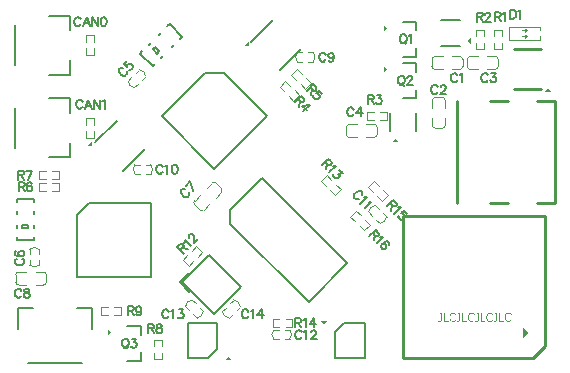
<source format=gto>
G04*
G04 #@! TF.GenerationSoftware,Altium Limited,Altium Designer,20.0.13 (296)*
G04*
G04 Layer_Color=65535*
%FSLAX44Y44*%
%MOMM*%
G71*
G01*
G75*
%ADD10C,0.1000*%
%ADD11C,0.1500*%
%ADD12C,0.2000*%
%ADD13C,0.2540*%
%ADD14C,0.1270*%
%ADD15C,0.2500*%
G36*
X84920Y29190D02*
X87750Y32020D01*
X84920Y34850D01*
X84920Y29190D01*
D01*
D02*
G37*
G36*
X190080Y8420D02*
X184420D01*
X187250Y11250D01*
X190080Y8420D01*
D01*
D02*
G37*
G36*
X67779Y189569D02*
X71781Y193571D01*
Y189569D01*
X67779D01*
D01*
D02*
G37*
G36*
X265170Y41580D02*
X270830D01*
X268000Y38750D01*
X265170Y41580D01*
D01*
D02*
G37*
G36*
X200279Y274569D02*
X204281Y278571D01*
Y274569D01*
X200279D01*
D01*
D02*
G37*
G36*
X441500Y31750D02*
X436500Y26750D01*
X436500D01*
Y36750D01*
X441500Y31750D01*
D02*
G37*
G36*
X331580Y192920D02*
X328750Y195750D01*
X325920Y192920D01*
X331580D01*
D01*
D02*
G37*
G36*
X460480Y235630D02*
X454820D01*
X457650Y238460D01*
X460480Y235630D01*
D01*
D02*
G37*
G36*
X318490Y251690D02*
X321320Y254520D01*
X318490Y257350D01*
X318490Y251690D01*
D01*
D02*
G37*
G36*
Y286690D02*
X321320Y289520D01*
X318490Y292350D01*
X318490Y286690D01*
D01*
D02*
G37*
G36*
X392330Y281330D02*
X389500Y278500D01*
X392330Y275670D01*
Y281330D01*
D01*
D02*
G37*
G36*
X424510Y48495D02*
X424594D01*
X424690Y48485D01*
X424795Y48474D01*
X424911Y48453D01*
X425165Y48411D01*
X425440Y48337D01*
X425714Y48242D01*
X425968Y48115D01*
X425979D01*
X426000Y48094D01*
X426031Y48073D01*
X426074Y48041D01*
X426190Y47946D01*
X426338Y47819D01*
X426507Y47650D01*
X426676Y47439D01*
X426761Y47312D01*
X426835Y47185D01*
X426908Y47048D01*
X426982Y46889D01*
X426327Y46614D01*
Y46625D01*
X426317Y46646D01*
X426296Y46678D01*
X426275Y46720D01*
X426211Y46847D01*
X426127Y46995D01*
X426021Y47153D01*
X425884Y47312D01*
X425736Y47460D01*
X425556Y47586D01*
X425546D01*
X425535Y47597D01*
X425503Y47618D01*
X425471Y47639D01*
X425366Y47682D01*
X425218Y47745D01*
X425049Y47798D01*
X424837Y47851D01*
X424605Y47882D01*
X424352Y47893D01*
X424299D01*
X424235Y47882D01*
X424161D01*
X424056Y47872D01*
X423950Y47851D01*
X423823Y47819D01*
X423686Y47787D01*
X423538Y47734D01*
X423390Y47682D01*
X423242Y47608D01*
X423094Y47523D01*
X422946Y47428D01*
X422798Y47312D01*
X422661Y47174D01*
X422534Y47026D01*
X422523Y47016D01*
X422502Y46984D01*
X422471Y46942D01*
X422439Y46868D01*
X422386Y46783D01*
X422333Y46678D01*
X422281Y46551D01*
X422217Y46414D01*
X422154Y46245D01*
X422101Y46076D01*
X422048Y45875D01*
X421995Y45663D01*
X421964Y45431D01*
X421932Y45188D01*
X421911Y44924D01*
X421900Y44649D01*
Y44628D01*
Y44586D01*
Y44501D01*
X421911Y44395D01*
X421921Y44269D01*
X421932Y44121D01*
X421953Y43952D01*
X421985Y43772D01*
X422059Y43381D01*
X422111Y43180D01*
X422164Y42979D01*
X422238Y42779D01*
X422323Y42589D01*
X422418Y42398D01*
X422534Y42229D01*
X422545Y42219D01*
X422566Y42187D01*
X422598Y42145D01*
X422650Y42092D01*
X422714Y42028D01*
X422798Y41955D01*
X422893Y41870D01*
X422999Y41796D01*
X423115Y41712D01*
X423253Y41627D01*
X423400Y41553D01*
X423559Y41490D01*
X423728Y41437D01*
X423908Y41395D01*
X424108Y41363D01*
X424309Y41352D01*
X424383D01*
X424447Y41363D01*
X424510D01*
X424584Y41373D01*
X424774Y41405D01*
X424975Y41447D01*
X425197Y41511D01*
X425408Y41606D01*
X425609Y41733D01*
X425619D01*
X425630Y41754D01*
X425693Y41807D01*
X425788Y41891D01*
X425905Y42007D01*
X426021Y42166D01*
X426158Y42345D01*
X426275Y42557D01*
X426380Y42789D01*
X427014Y42494D01*
X427004Y42472D01*
X426982Y42420D01*
X426930Y42335D01*
X426866Y42219D01*
X426782Y42092D01*
X426676Y41944D01*
X426539Y41785D01*
X426391Y41627D01*
X426211Y41458D01*
X426021Y41300D01*
X425788Y41151D01*
X425546Y41025D01*
X425271Y40908D01*
X424964Y40824D01*
X424637Y40771D01*
X424277Y40750D01*
X424214D01*
X424140Y40761D01*
X424035Y40771D01*
X423918Y40782D01*
X423770Y40803D01*
X423612Y40834D01*
X423443Y40877D01*
X423263Y40930D01*
X423083Y41004D01*
X422893Y41088D01*
X422703Y41183D01*
X422513Y41310D01*
X422333Y41447D01*
X422154Y41606D01*
X421995Y41785D01*
X421985Y41796D01*
X421964Y41838D01*
X421921Y41891D01*
X421868Y41976D01*
X421805Y42081D01*
X421731Y42208D01*
X421657Y42367D01*
X421583Y42536D01*
X421509Y42737D01*
X421435Y42948D01*
X421361Y43180D01*
X421298Y43444D01*
X421245Y43719D01*
X421203Y44015D01*
X421182Y44321D01*
X421171Y44660D01*
Y44670D01*
Y44681D01*
Y44744D01*
X421182Y44839D01*
Y44955D01*
X421192Y45114D01*
X421213Y45294D01*
X421245Y45484D01*
X421277Y45695D01*
X421319Y45917D01*
X421372Y46149D01*
X421446Y46382D01*
X421520Y46625D01*
X421615Y46857D01*
X421731Y47079D01*
X421858Y47291D01*
X422006Y47491D01*
X422016Y47502D01*
X422048Y47534D01*
X422090Y47586D01*
X422164Y47650D01*
X422249Y47724D01*
X422354Y47808D01*
X422471Y47903D01*
X422619Y47999D01*
X422777Y48094D01*
X422946Y48189D01*
X423147Y48273D01*
X423348Y48347D01*
X423580Y48411D01*
X423823Y48464D01*
X424077Y48495D01*
X424352Y48506D01*
X424447D01*
X424510Y48495D01*
D02*
G37*
G36*
X408903D02*
X408988D01*
X409083Y48485D01*
X409189Y48474D01*
X409305Y48453D01*
X409558Y48411D01*
X409833Y48337D01*
X410108Y48242D01*
X410362Y48115D01*
X410372D01*
X410393Y48094D01*
X410425Y48073D01*
X410467Y48041D01*
X410583Y47946D01*
X410731Y47819D01*
X410900Y47650D01*
X411069Y47439D01*
X411154Y47312D01*
X411228Y47185D01*
X411302Y47048D01*
X411376Y46889D01*
X410721Y46614D01*
Y46625D01*
X410710Y46646D01*
X410689Y46678D01*
X410668Y46720D01*
X410605Y46847D01*
X410520Y46995D01*
X410414Y47153D01*
X410277Y47312D01*
X410129Y47460D01*
X409949Y47586D01*
X409939D01*
X409928Y47597D01*
X409897Y47618D01*
X409865Y47639D01*
X409759Y47682D01*
X409611Y47745D01*
X409442Y47798D01*
X409231Y47851D01*
X408998Y47882D01*
X408745Y47893D01*
X408692D01*
X408629Y47882D01*
X408555D01*
X408449Y47872D01*
X408343Y47851D01*
X408217Y47819D01*
X408079Y47787D01*
X407931Y47734D01*
X407783Y47682D01*
X407635Y47608D01*
X407487Y47523D01*
X407340Y47428D01*
X407192Y47312D01*
X407054Y47174D01*
X406927Y47026D01*
X406917Y47016D01*
X406896Y46984D01*
X406864Y46942D01*
X406832Y46868D01*
X406780Y46783D01*
X406727Y46678D01*
X406674Y46551D01*
X406610Y46414D01*
X406547Y46245D01*
X406494Y46076D01*
X406441Y45875D01*
X406389Y45663D01*
X406357Y45431D01*
X406325Y45188D01*
X406304Y44924D01*
X406293Y44649D01*
Y44628D01*
Y44586D01*
Y44501D01*
X406304Y44395D01*
X406315Y44269D01*
X406325Y44121D01*
X406346Y43952D01*
X406378Y43772D01*
X406452Y43381D01*
X406505Y43180D01*
X406558Y42979D01*
X406632Y42779D01*
X406716Y42589D01*
X406811Y42398D01*
X406927Y42229D01*
X406938Y42219D01*
X406959Y42187D01*
X406991Y42145D01*
X407044Y42092D01*
X407107Y42028D01*
X407192Y41955D01*
X407287Y41870D01*
X407392Y41796D01*
X407509Y41712D01*
X407646Y41627D01*
X407794Y41553D01*
X407952Y41490D01*
X408121Y41437D01*
X408301Y41395D01*
X408502Y41363D01*
X408703Y41352D01*
X408777D01*
X408840Y41363D01*
X408903D01*
X408977Y41373D01*
X409168Y41405D01*
X409368Y41447D01*
X409590Y41511D01*
X409801Y41606D01*
X410002Y41733D01*
X410013D01*
X410023Y41754D01*
X410087Y41807D01*
X410182Y41891D01*
X410298Y42007D01*
X410414Y42166D01*
X410552Y42345D01*
X410668Y42557D01*
X410774Y42789D01*
X411408Y42494D01*
X411397Y42472D01*
X411376Y42420D01*
X411323Y42335D01*
X411260Y42219D01*
X411175Y42092D01*
X411069Y41944D01*
X410932Y41785D01*
X410784Y41627D01*
X410605Y41458D01*
X410414Y41300D01*
X410182Y41151D01*
X409939Y41025D01*
X409664Y40908D01*
X409358Y40824D01*
X409030Y40771D01*
X408671Y40750D01*
X408607D01*
X408534Y40761D01*
X408428Y40771D01*
X408312Y40782D01*
X408164Y40803D01*
X408005Y40834D01*
X407836Y40877D01*
X407657Y40930D01*
X407477Y41004D01*
X407287Y41088D01*
X407096Y41183D01*
X406906Y41310D01*
X406727Y41447D01*
X406547Y41606D01*
X406389Y41785D01*
X406378Y41796D01*
X406357Y41838D01*
X406315Y41891D01*
X406262Y41976D01*
X406198Y42081D01*
X406124Y42208D01*
X406050Y42367D01*
X405976Y42536D01*
X405902Y42737D01*
X405829Y42948D01*
X405755Y43180D01*
X405691Y43444D01*
X405638Y43719D01*
X405596Y44015D01*
X405575Y44321D01*
X405564Y44660D01*
Y44670D01*
Y44681D01*
Y44744D01*
X405575Y44839D01*
Y44955D01*
X405586Y45114D01*
X405607Y45294D01*
X405638Y45484D01*
X405670Y45695D01*
X405712Y45917D01*
X405765Y46149D01*
X405839Y46382D01*
X405913Y46625D01*
X406008Y46857D01*
X406124Y47079D01*
X406251Y47291D01*
X406399Y47491D01*
X406410Y47502D01*
X406441Y47534D01*
X406484Y47586D01*
X406558Y47650D01*
X406642Y47724D01*
X406748Y47808D01*
X406864Y47903D01*
X407012Y47999D01*
X407170Y48094D01*
X407340Y48189D01*
X407540Y48273D01*
X407741Y48347D01*
X407974Y48411D01*
X408217Y48464D01*
X408470Y48495D01*
X408745Y48506D01*
X408840D01*
X408903Y48495D01*
D02*
G37*
G36*
X393297D02*
X393381D01*
X393476Y48485D01*
X393582Y48474D01*
X393698Y48453D01*
X393952Y48411D01*
X394227Y48337D01*
X394501Y48242D01*
X394755Y48115D01*
X394766D01*
X394787Y48094D01*
X394818Y48073D01*
X394861Y48041D01*
X394977Y47946D01*
X395125Y47819D01*
X395294Y47650D01*
X395463Y47439D01*
X395547Y47312D01*
X395621Y47185D01*
X395695Y47048D01*
X395769Y46889D01*
X395114Y46614D01*
Y46625D01*
X395104Y46646D01*
X395083Y46678D01*
X395061Y46720D01*
X394998Y46847D01*
X394913Y46995D01*
X394808Y47153D01*
X394670Y47312D01*
X394523Y47460D01*
X394343Y47586D01*
X394332D01*
X394322Y47597D01*
X394290Y47618D01*
X394258Y47639D01*
X394153Y47682D01*
X394005Y47745D01*
X393836Y47798D01*
X393624Y47851D01*
X393392Y47882D01*
X393138Y47893D01*
X393086D01*
X393022Y47882D01*
X392948D01*
X392842Y47872D01*
X392737Y47851D01*
X392610Y47819D01*
X392473Y47787D01*
X392325Y47734D01*
X392177Y47682D01*
X392029Y47608D01*
X391881Y47523D01*
X391733Y47428D01*
X391585Y47312D01*
X391448Y47174D01*
X391321Y47026D01*
X391310Y47016D01*
X391289Y46984D01*
X391258Y46942D01*
X391226Y46868D01*
X391173Y46783D01*
X391120Y46678D01*
X391067Y46551D01*
X391004Y46414D01*
X390941Y46245D01*
X390888Y46076D01*
X390835Y45875D01*
X390782Y45663D01*
X390750Y45431D01*
X390719Y45188D01*
X390698Y44924D01*
X390687Y44649D01*
Y44628D01*
Y44586D01*
Y44501D01*
X390698Y44395D01*
X390708Y44269D01*
X390719Y44121D01*
X390740Y43952D01*
X390771Y43772D01*
X390845Y43381D01*
X390898Y43180D01*
X390951Y42979D01*
X391025Y42779D01*
X391110Y42589D01*
X391205Y42398D01*
X391321Y42229D01*
X391331Y42219D01*
X391353Y42187D01*
X391384Y42145D01*
X391437Y42092D01*
X391501Y42028D01*
X391585Y41955D01*
X391680Y41870D01*
X391786Y41796D01*
X391902Y41712D01*
X392039Y41627D01*
X392187Y41553D01*
X392346Y41490D01*
X392515Y41437D01*
X392695Y41395D01*
X392895Y41363D01*
X393096Y41352D01*
X393170D01*
X393233Y41363D01*
X393297D01*
X393371Y41373D01*
X393561Y41405D01*
X393762Y41447D01*
X393984Y41511D01*
X394195Y41606D01*
X394396Y41733D01*
X394406D01*
X394417Y41754D01*
X394480Y41807D01*
X394575Y41891D01*
X394692Y42007D01*
X394808Y42166D01*
X394945Y42345D01*
X395061Y42557D01*
X395167Y42789D01*
X395801Y42494D01*
X395790Y42472D01*
X395769Y42420D01*
X395717Y42335D01*
X395653Y42219D01*
X395569Y42092D01*
X395463Y41944D01*
X395326Y41785D01*
X395178Y41627D01*
X394998Y41458D01*
X394808Y41300D01*
X394575Y41151D01*
X394332Y41025D01*
X394058Y40908D01*
X393751Y40824D01*
X393424Y40771D01*
X393064Y40750D01*
X393001D01*
X392927Y40761D01*
X392821Y40771D01*
X392705Y40782D01*
X392557Y40803D01*
X392399Y40834D01*
X392230Y40877D01*
X392050Y40930D01*
X391870Y41004D01*
X391680Y41088D01*
X391490Y41183D01*
X391300Y41310D01*
X391120Y41447D01*
X390941Y41606D01*
X390782Y41785D01*
X390771Y41796D01*
X390750Y41838D01*
X390708Y41891D01*
X390655Y41976D01*
X390592Y42081D01*
X390518Y42208D01*
X390444Y42367D01*
X390370Y42536D01*
X390296Y42737D01*
X390222Y42948D01*
X390148Y43180D01*
X390085Y43444D01*
X390032Y43719D01*
X389990Y44015D01*
X389968Y44321D01*
X389958Y44660D01*
Y44670D01*
Y44681D01*
Y44744D01*
X389968Y44839D01*
Y44955D01*
X389979Y45114D01*
X390000Y45294D01*
X390032Y45484D01*
X390064Y45695D01*
X390106Y45917D01*
X390159Y46149D01*
X390233Y46382D01*
X390307Y46625D01*
X390402Y46857D01*
X390518Y47079D01*
X390645Y47291D01*
X390793Y47491D01*
X390803Y47502D01*
X390835Y47534D01*
X390877Y47586D01*
X390951Y47650D01*
X391036Y47724D01*
X391141Y47808D01*
X391258Y47903D01*
X391405Y47999D01*
X391564Y48094D01*
X391733Y48189D01*
X391934Y48273D01*
X392135Y48347D01*
X392367Y48411D01*
X392610Y48464D01*
X392864Y48495D01*
X393138Y48506D01*
X393233D01*
X393297Y48495D01*
D02*
G37*
G36*
X377690D02*
X377775D01*
X377870Y48485D01*
X377976Y48474D01*
X378092Y48453D01*
X378345Y48411D01*
X378620Y48337D01*
X378895Y48242D01*
X379148Y48115D01*
X379159D01*
X379180Y48094D01*
X379212Y48073D01*
X379254Y48041D01*
X379370Y47946D01*
X379518Y47819D01*
X379687Y47650D01*
X379856Y47439D01*
X379941Y47312D01*
X380015Y47185D01*
X380089Y47048D01*
X380163Y46889D01*
X379508Y46614D01*
Y46625D01*
X379497Y46646D01*
X379476Y46678D01*
X379455Y46720D01*
X379391Y46847D01*
X379307Y46995D01*
X379201Y47153D01*
X379064Y47312D01*
X378916Y47460D01*
X378736Y47586D01*
X378726D01*
X378715Y47597D01*
X378684Y47618D01*
X378652Y47639D01*
X378546Y47682D01*
X378398Y47745D01*
X378229Y47798D01*
X378018Y47851D01*
X377785Y47882D01*
X377532Y47893D01*
X377479D01*
X377416Y47882D01*
X377342D01*
X377236Y47872D01*
X377130Y47851D01*
X377003Y47819D01*
X376866Y47787D01*
X376718Y47734D01*
X376570Y47682D01*
X376422Y47608D01*
X376274Y47523D01*
X376126Y47428D01*
X375979Y47312D01*
X375841Y47174D01*
X375714Y47026D01*
X375704Y47016D01*
X375683Y46984D01*
X375651Y46942D01*
X375619Y46868D01*
X375566Y46783D01*
X375514Y46678D01*
X375461Y46551D01*
X375397Y46414D01*
X375334Y46245D01*
X375281Y46076D01*
X375228Y45875D01*
X375175Y45663D01*
X375144Y45431D01*
X375112Y45188D01*
X375091Y44924D01*
X375080Y44649D01*
Y44628D01*
Y44586D01*
Y44501D01*
X375091Y44395D01*
X375102Y44269D01*
X375112Y44121D01*
X375133Y43952D01*
X375165Y43772D01*
X375239Y43381D01*
X375292Y43180D01*
X375345Y42979D01*
X375419Y42779D01*
X375503Y42589D01*
X375598Y42398D01*
X375714Y42229D01*
X375725Y42219D01*
X375746Y42187D01*
X375778Y42145D01*
X375831Y42092D01*
X375894Y42028D01*
X375979Y41955D01*
X376074Y41870D01*
X376179Y41796D01*
X376296Y41712D01*
X376433Y41627D01*
X376581Y41553D01*
X376739Y41490D01*
X376908Y41437D01*
X377088Y41395D01*
X377289Y41363D01*
X377490Y41352D01*
X377564D01*
X377627Y41363D01*
X377690D01*
X377764Y41373D01*
X377954Y41405D01*
X378155Y41447D01*
X378377Y41511D01*
X378588Y41606D01*
X378789Y41733D01*
X378800D01*
X378810Y41754D01*
X378874Y41807D01*
X378969Y41891D01*
X379085Y42007D01*
X379201Y42166D01*
X379339Y42345D01*
X379455Y42557D01*
X379561Y42789D01*
X380195Y42494D01*
X380184Y42472D01*
X380163Y42420D01*
X380110Y42335D01*
X380047Y42219D01*
X379962Y42092D01*
X379856Y41944D01*
X379719Y41785D01*
X379571Y41627D01*
X379391Y41458D01*
X379201Y41300D01*
X378969Y41151D01*
X378726Y41025D01*
X378451Y40908D01*
X378145Y40824D01*
X377817Y40771D01*
X377458Y40750D01*
X377394D01*
X377320Y40761D01*
X377215Y40771D01*
X377099Y40782D01*
X376951Y40803D01*
X376792Y40834D01*
X376623Y40877D01*
X376443Y40930D01*
X376264Y41004D01*
X376074Y41088D01*
X375883Y41183D01*
X375693Y41310D01*
X375514Y41447D01*
X375334Y41606D01*
X375175Y41785D01*
X375165Y41796D01*
X375144Y41838D01*
X375102Y41891D01*
X375049Y41976D01*
X374985Y42081D01*
X374911Y42208D01*
X374837Y42367D01*
X374763Y42536D01*
X374689Y42737D01*
X374615Y42948D01*
X374542Y43180D01*
X374478Y43444D01*
X374425Y43719D01*
X374383Y44015D01*
X374362Y44321D01*
X374351Y44660D01*
Y44670D01*
Y44681D01*
Y44744D01*
X374362Y44839D01*
Y44955D01*
X374372Y45114D01*
X374394Y45294D01*
X374425Y45484D01*
X374457Y45695D01*
X374499Y45917D01*
X374552Y46149D01*
X374626Y46382D01*
X374700Y46625D01*
X374795Y46857D01*
X374911Y47079D01*
X375038Y47291D01*
X375186Y47491D01*
X375197Y47502D01*
X375228Y47534D01*
X375271Y47586D01*
X375345Y47650D01*
X375429Y47724D01*
X375535Y47808D01*
X375651Y47903D01*
X375799Y47999D01*
X375957Y48094D01*
X376126Y48189D01*
X376327Y48273D01*
X376528Y48347D01*
X376760Y48411D01*
X377003Y48464D01*
X377257Y48495D01*
X377532Y48506D01*
X377627D01*
X377690Y48495D01*
D02*
G37*
G36*
X414641Y43022D02*
Y43011D01*
Y42979D01*
Y42916D01*
X414630Y42853D01*
Y42758D01*
X414620Y42652D01*
X414599Y42546D01*
X414578Y42420D01*
X414514Y42155D01*
X414430Y41870D01*
X414303Y41595D01*
X414218Y41469D01*
X414134Y41352D01*
X414123Y41342D01*
X414113Y41331D01*
X414081Y41300D01*
X414039Y41257D01*
X413986Y41215D01*
X413933Y41162D01*
X413774Y41056D01*
X413584Y40940D01*
X413352Y40845D01*
X413225Y40803D01*
X413088Y40771D01*
X412940Y40761D01*
X412781Y40750D01*
X412676D01*
X412559Y40761D01*
X412422Y40771D01*
X412263Y40782D01*
X412105Y40813D01*
X411957Y40845D01*
X411820Y40887D01*
Y41574D01*
X411830Y41564D01*
X411883Y41543D01*
X411946Y41500D01*
X412052Y41469D01*
X412179Y41426D01*
X412327Y41384D01*
X412506Y41363D01*
X412707Y41352D01*
X412760D01*
X412802Y41363D01*
X412908Y41373D01*
X413035Y41405D01*
X413172Y41458D01*
X413320Y41532D01*
X413468Y41638D01*
X413595Y41775D01*
X413605Y41796D01*
X413648Y41849D01*
X413700Y41955D01*
X413764Y42092D01*
X413817Y42261D01*
X413870Y42472D01*
X413912Y42715D01*
X413922Y43001D01*
Y47777D01*
X412855D01*
Y48390D01*
X414641D01*
Y43022D01*
D02*
G37*
G36*
X399034D02*
Y43011D01*
Y42979D01*
Y42916D01*
X399024Y42853D01*
Y42758D01*
X399013Y42652D01*
X398992Y42546D01*
X398971Y42420D01*
X398908Y42155D01*
X398823Y41870D01*
X398696Y41595D01*
X398612Y41469D01*
X398527Y41352D01*
X398517Y41342D01*
X398506Y41331D01*
X398474Y41300D01*
X398432Y41257D01*
X398379Y41215D01*
X398326Y41162D01*
X398168Y41056D01*
X397978Y40940D01*
X397745Y40845D01*
X397618Y40803D01*
X397481Y40771D01*
X397333Y40761D01*
X397175Y40750D01*
X397069D01*
X396953Y40761D01*
X396815Y40771D01*
X396657Y40782D01*
X396498Y40813D01*
X396351Y40845D01*
X396213Y40887D01*
Y41574D01*
X396224Y41564D01*
X396277Y41543D01*
X396340Y41500D01*
X396446Y41469D01*
X396572Y41426D01*
X396720Y41384D01*
X396900Y41363D01*
X397101Y41352D01*
X397154D01*
X397196Y41363D01*
X397301Y41373D01*
X397428Y41405D01*
X397566Y41458D01*
X397714Y41532D01*
X397862Y41638D01*
X397988Y41775D01*
X397999Y41796D01*
X398041Y41849D01*
X398094Y41955D01*
X398157Y42092D01*
X398210Y42261D01*
X398263Y42472D01*
X398305Y42715D01*
X398316Y43001D01*
Y47777D01*
X397249D01*
Y48390D01*
X399034D01*
Y43022D01*
D02*
G37*
G36*
X383428D02*
Y43011D01*
Y42979D01*
Y42916D01*
X383417Y42853D01*
Y42758D01*
X383407Y42652D01*
X383386Y42546D01*
X383364Y42420D01*
X383301Y42155D01*
X383217Y41870D01*
X383090Y41595D01*
X383005Y41469D01*
X382921Y41352D01*
X382910Y41342D01*
X382900Y41331D01*
X382868Y41300D01*
X382826Y41257D01*
X382773Y41215D01*
X382720Y41162D01*
X382561Y41056D01*
X382371Y40940D01*
X382139Y40845D01*
X382012Y40803D01*
X381875Y40771D01*
X381727Y40761D01*
X381568Y40750D01*
X381463D01*
X381346Y40761D01*
X381209Y40771D01*
X381050Y40782D01*
X380892Y40813D01*
X380744Y40845D01*
X380607Y40887D01*
Y41574D01*
X380617Y41564D01*
X380670Y41543D01*
X380733Y41500D01*
X380839Y41469D01*
X380966Y41426D01*
X381114Y41384D01*
X381293Y41363D01*
X381494Y41352D01*
X381547D01*
X381589Y41363D01*
X381695Y41373D01*
X381822Y41405D01*
X381959Y41458D01*
X382107Y41532D01*
X382255Y41638D01*
X382382Y41775D01*
X382392Y41796D01*
X382435Y41849D01*
X382487Y41955D01*
X382551Y42092D01*
X382604Y42261D01*
X382657Y42472D01*
X382699Y42715D01*
X382709Y43001D01*
Y47777D01*
X381642D01*
Y48390D01*
X383428D01*
Y43022D01*
D02*
G37*
G36*
X367821D02*
Y43011D01*
Y42979D01*
Y42916D01*
X367811Y42853D01*
Y42758D01*
X367800Y42652D01*
X367779Y42546D01*
X367758Y42420D01*
X367694Y42155D01*
X367610Y41870D01*
X367483Y41595D01*
X367399Y41469D01*
X367314Y41352D01*
X367304Y41342D01*
X367293Y41331D01*
X367261Y41300D01*
X367219Y41257D01*
X367166Y41215D01*
X367113Y41162D01*
X366955Y41056D01*
X366765Y40940D01*
X366532Y40845D01*
X366405Y40803D01*
X366268Y40771D01*
X366120Y40761D01*
X365961Y40750D01*
X365856D01*
X365740Y40761D01*
X365602Y40771D01*
X365444Y40782D01*
X365285Y40813D01*
X365137Y40845D01*
X365000Y40887D01*
Y41574D01*
X365011Y41564D01*
X365063Y41543D01*
X365127Y41500D01*
X365233Y41469D01*
X365359Y41426D01*
X365507Y41384D01*
X365687Y41363D01*
X365888Y41352D01*
X365940D01*
X365983Y41363D01*
X366088Y41373D01*
X366215Y41405D01*
X366353Y41458D01*
X366500Y41532D01*
X366648Y41638D01*
X366775Y41775D01*
X366786Y41796D01*
X366828Y41849D01*
X366881Y41955D01*
X366944Y42092D01*
X366997Y42261D01*
X367050Y42472D01*
X367092Y42715D01*
X367103Y43001D01*
Y47777D01*
X366035D01*
Y48390D01*
X367821D01*
Y43022D01*
D02*
G37*
G36*
X417188Y41469D02*
X420315D01*
Y40866D01*
X416469D01*
Y48390D01*
X417188D01*
Y41469D01*
D02*
G37*
G36*
X401581D02*
X404709D01*
Y40866D01*
X400862D01*
Y48390D01*
X401581D01*
Y41469D01*
D02*
G37*
G36*
X385974D02*
X389102D01*
Y40866D01*
X385256D01*
Y48390D01*
X385974D01*
Y41469D01*
D02*
G37*
G36*
X370368D02*
X373495D01*
Y40866D01*
X369649D01*
Y48390D01*
X370368D01*
Y41469D01*
D02*
G37*
D10*
X181967Y49873D02*
G03*
X187624Y44217I6069J413D01*
G01*
X197169Y53763D02*
G03*
X191513Y59419I-6069J-413D01*
G01*
X160376Y44217D02*
G03*
X166033Y49873I-413J6069D01*
G01*
X156487Y59419D02*
G03*
X150831Y53763I413J-6069D01*
G01*
X108000Y174000D02*
G03*
X108000Y166000I4583J-4000D01*
G01*
X121500D02*
G03*
X121500Y174000I-4583J4000D01*
G01*
X245500Y269000D02*
G03*
X245500Y261000I4583J-4000D01*
G01*
X259000D02*
G03*
X259000Y269000I-4583J4000D01*
G01*
X117169Y248763D02*
G03*
X111513Y254419I-6069J-413D01*
G01*
X101967Y244874D02*
G03*
X107624Y239217I6069J413D01*
G01*
X158456Y143484D02*
G03*
X158456Y139949I1768J-1768D01*
G01*
X162699Y135706D02*
G03*
X166234Y135706I1768J1768D01*
G01*
X176841Y158334D02*
G03*
X173305Y158334I-1768J-1768D01*
G01*
X181084Y150555D02*
G03*
X181084Y154091I-1768J1768D01*
G01*
X9500Y83000D02*
G03*
X7000Y80500I0J-2500D01*
G01*
Y74500D02*
G03*
X9500Y72000I2500J0D01*
G01*
X33000Y80500D02*
G03*
X30500Y83000I-2500J0D01*
G01*
Y72000D02*
G03*
X33000Y74500I0J2500D01*
G01*
X26750Y102250D02*
G03*
X18750Y102250I-4000J-4583D01*
G01*
Y88750D02*
G03*
X26750Y88750I4000J4583D01*
G01*
X392000Y265500D02*
G03*
X389500Y263000I0J-2500D01*
G01*
Y257000D02*
G03*
X392000Y254500I2500J0D01*
G01*
X415500Y263000D02*
G03*
X413000Y265500I-2500J0D01*
G01*
Y254500D02*
G03*
X415500Y257000I0J2500D01*
G01*
X383000Y254500D02*
G03*
X385500Y257000I0J2500D01*
G01*
Y263000D02*
G03*
X383000Y265500I-2500J0D01*
G01*
X359500Y257000D02*
G03*
X362000Y254500I2500J0D01*
G01*
Y265500D02*
G03*
X359500Y263000I0J-2500D01*
G01*
X370750Y228250D02*
G03*
X368250Y230750I-2500J0D01*
G01*
X362250D02*
G03*
X359750Y228250I0J-2500D01*
G01*
X368250Y204750D02*
G03*
X370750Y207250I0J2500D01*
G01*
X359750D02*
G03*
X362250Y204750I2500J0D01*
G01*
X239000Y26000D02*
G03*
X239000Y34000I-4583J4000D01*
G01*
X225500D02*
G03*
X225500Y26000I4583J-4000D01*
G01*
X315376Y124217D02*
G03*
X321033Y129874I-413J6069D01*
G01*
X311487Y139419D02*
G03*
X305831Y133763I413J-6069D01*
G01*
X289500Y208000D02*
G03*
X287000Y205500I0J-2500D01*
G01*
Y199500D02*
G03*
X289500Y197000I2500J0D01*
G01*
X313000Y205500D02*
G03*
X310500Y208000I-2500J0D01*
G01*
Y197000D02*
G03*
X313000Y199500I0J2500D01*
G01*
X187624Y44217D02*
X190629Y47222D01*
X181967Y49873D02*
X184972Y52879D01*
X194164Y50757D02*
X197169Y53763D01*
X188507Y56414D02*
X191513Y59419D01*
X163028Y52879D02*
X166033Y49873D01*
X157371Y47222D02*
X160376Y44217D01*
X156487Y59419D02*
X159493Y56414D01*
X150831Y53763D02*
X153836Y50757D01*
X108000Y166000D02*
X112250D01*
X108000Y174000D02*
X112250D01*
X117250Y166000D02*
X121500D01*
X117250Y174000D02*
X121500D01*
X245500Y261000D02*
X249750D01*
X245500Y269000D02*
X249750D01*
X254750Y261000D02*
X259000D01*
X254750Y269000D02*
X259000D01*
X108507Y251414D02*
X111513Y254419D01*
X114164Y245757D02*
X117169Y248763D01*
X101967Y244874D02*
X104972Y247879D01*
X107624Y239217D02*
X110629Y242222D01*
X160073Y104773D02*
X165023Y99823D01*
X161134Y95934D02*
X165023Y99823D01*
X156184Y100884D02*
X160073Y104773D01*
X153356Y88156D02*
X157245Y92045D01*
X148406Y93106D02*
X152295Y96995D01*
X148406Y93106D02*
X153356Y88156D01*
X158456Y139949D02*
X162699Y135706D01*
X176841Y158334D02*
X181084Y154091D01*
X176487Y145959D02*
X181084Y150555D01*
X168709Y153737D02*
X173305Y158334D01*
X158456Y143484D02*
X163052Y148081D01*
X166234Y135706D02*
X170831Y140302D01*
X7000Y74500D02*
Y80500D01*
X33000Y74500D02*
Y80500D01*
X24000Y72000D02*
X30500Y72000D01*
X24000Y83000D02*
X30500Y83000D01*
X9500D02*
X16000Y83000D01*
X9500Y72000D02*
X16000Y72000D01*
X18750Y98000D02*
Y102250D01*
X26750Y98000D02*
Y102250D01*
X18750Y88750D02*
Y93000D01*
X26750Y88750D02*
Y93000D01*
X124250Y25750D02*
X131250D01*
Y20250D02*
Y25750D01*
X124250Y20250D02*
Y25750D01*
X131250Y9250D02*
Y14750D01*
X124250Y9250D02*
Y14750D01*
Y9250D02*
X131250D01*
X96000Y46500D02*
Y53500D01*
X90500Y46500D02*
X96000D01*
X90500Y53500D02*
X96000D01*
X79500Y46500D02*
X85000D01*
X79500Y53500D02*
X85000D01*
X79500Y46500D02*
Y53500D01*
X389500Y257000D02*
Y263000D01*
X415500Y257000D02*
Y263000D01*
X406500Y254500D02*
X413000Y254500D01*
X406500Y265500D02*
X413000Y265500D01*
X392000D02*
X398500Y265500D01*
X392000Y254500D02*
X398500Y254500D01*
X385500Y257000D02*
Y263000D01*
X359500Y257000D02*
Y263000D01*
X362000Y265500D02*
X368500Y265500D01*
X362000Y254500D02*
X368500Y254500D01*
X376500D02*
X383000Y254500D01*
X376500Y265500D02*
X383000Y265500D01*
X362250Y230750D02*
X368250D01*
X362250Y204750D02*
X368250D01*
X359750Y213750D02*
X359750Y207250D01*
X370750D02*
X370750Y213750D01*
X370750Y228250D02*
X370750Y221750D01*
X359750D02*
X359750Y228250D01*
X252144Y238156D02*
X257094Y243106D01*
X248255Y242045D02*
X252144Y238156D01*
X253205Y246995D02*
X257094Y243106D01*
X240477Y249823D02*
X244366Y245934D01*
X245427Y254773D02*
X249316Y250884D01*
X240477Y249823D02*
X245427Y254773D01*
X230477Y239823D02*
X235427Y244773D01*
X239316Y240884D01*
X230477Y239823D02*
X234366Y235934D01*
X243205Y236995D02*
X247094Y233106D01*
X238255Y232045D02*
X242144Y228156D01*
X247094Y233106D01*
X290477Y129823D02*
X295427Y134773D01*
X299316Y130884D01*
X290477Y129823D02*
X294366Y125934D01*
X303205Y126995D02*
X307094Y123106D01*
X298255Y122045D02*
X302144Y118156D01*
X307094Y123106D01*
X43500Y151500D02*
Y158500D01*
X38000Y151500D02*
X43500D01*
X38000Y158500D02*
X43500D01*
X27000Y151500D02*
X32500D01*
X27000Y158500D02*
X32500D01*
X27000Y151500D02*
Y158500D01*
Y161500D02*
Y168500D01*
X32500D01*
X27000Y161500D02*
X32500D01*
X38000Y168500D02*
X43500D01*
X38000Y161500D02*
X43500D01*
Y168500D01*
X224500Y36500D02*
Y43500D01*
X230000D01*
X224500Y36500D02*
X230000D01*
X235500Y43500D02*
X241000D01*
X235500Y36500D02*
X241000D01*
Y43500D01*
X234750Y34000D02*
X239000D01*
X234750Y26000D02*
X239000D01*
X225500Y34000D02*
X229750D01*
X225500Y26000D02*
X229750D01*
X265477Y159823D02*
X270427Y164773D01*
X274316Y160884D01*
X265477Y159823D02*
X269366Y155934D01*
X278205Y156995D02*
X282094Y153106D01*
X273255Y152045D02*
X277144Y148156D01*
X282094Y153106D01*
X317144Y143156D02*
X322094Y148106D01*
X313255Y147045D02*
X317144Y143156D01*
X318205Y151995D02*
X322094Y148106D01*
X305477Y154823D02*
X309366Y150934D01*
X310427Y159773D02*
X314316Y155884D01*
X305477Y154823D02*
X310427Y159773D01*
X318028Y132879D02*
X321033Y129874D01*
X312371Y127222D02*
X315376Y124217D01*
X311487Y139419D02*
X314493Y136414D01*
X305831Y133763D02*
X308836Y130757D01*
X411750Y288250D02*
X418750D01*
Y282750D02*
Y288250D01*
X411750Y282750D02*
Y288250D01*
X418750Y271750D02*
Y277250D01*
X411750Y271750D02*
Y277250D01*
Y271750D02*
X418750D01*
X396750Y288250D02*
X403750D01*
Y282750D02*
Y288250D01*
X396750Y282750D02*
Y288250D01*
X403750Y271750D02*
Y277250D01*
X396750Y271750D02*
Y277250D01*
Y271750D02*
X403750D01*
X321000Y211500D02*
Y218500D01*
X315500Y211500D02*
X321000D01*
X315500Y218500D02*
X321000D01*
X304500Y211500D02*
X310000D01*
X304500Y218500D02*
X310000D01*
X304500Y211500D02*
Y218500D01*
X287000Y199500D02*
Y205500D01*
X313000Y199500D02*
Y205500D01*
X304000Y197000D02*
X310500Y197000D01*
X304000Y208000D02*
X310500Y208000D01*
X289500D02*
X296000Y208000D01*
X289500Y197000D02*
X296000Y197000D01*
X450750Y282500D02*
X450750Y279500D01*
X424750D02*
X450750D01*
X424750D02*
Y290500D01*
X450750D01*
X450750Y287500D02*
X450750Y290500D01*
X435750Y282500D02*
X439750D01*
X435750Y287500D02*
X439750D01*
X439750Y282500D02*
X439750D01*
X438500Y283750D02*
X439750Y282500D01*
X438500Y281250D02*
Y283750D01*
Y281250D02*
X439750Y282500D01*
X438500Y286250D02*
X439750Y287500D01*
X438500Y286250D02*
Y288750D01*
X439750Y287500D01*
X66750Y196750D02*
X73750D01*
X66750D02*
Y202250D01*
X73750Y196750D02*
Y202250D01*
X66750Y207750D02*
Y213250D01*
X73750Y207750D02*
Y213250D01*
X66750D02*
X73750D01*
X66750Y266750D02*
X73750D01*
X66750D02*
Y272250D01*
X73750Y266750D02*
Y272250D01*
X66750Y277750D02*
Y283250D01*
X73750Y277750D02*
Y283250D01*
X66750D02*
X73750D01*
D11*
X170954Y97645D02*
X197895Y70704D01*
X174546Y47355D02*
X197895Y70704D01*
X147605Y74296D02*
X174546Y47355D01*
X147605Y74296D02*
X170954Y97645D01*
D12*
X146168Y74655D02*
X154071Y82558D01*
X145989Y74476D02*
X154071Y66393D01*
X6250Y258000D02*
Y292000D01*
X35250Y300000D02*
X52750D01*
Y287500D02*
Y300000D01*
Y250000D02*
Y262500D01*
X35250Y250000D02*
X52750D01*
X6250Y188000D02*
Y222000D01*
X35250Y230000D02*
X52750D01*
Y217500D02*
Y230000D01*
Y180000D02*
Y192500D01*
X35250Y180000D02*
X52750D01*
X335070Y295000D02*
X346320D01*
Y287500D02*
Y295000D01*
Y265000D02*
Y272500D01*
X335070Y265000D02*
X346320D01*
X58750Y78500D02*
Y130960D01*
X69290Y141500D01*
X121750D01*
X130702Y215000D02*
X167380Y251678D01*
X183120Y251678D01*
X219798Y215000D01*
X188736Y123987D02*
X255049Y57674D01*
X188736Y123987D02*
Y135611D01*
X215451Y162326D01*
X335070Y260000D02*
X346320D01*
Y252500D02*
Y260000D01*
Y230000D02*
Y237500D01*
X335070Y230000D02*
X346320D01*
X121750Y78500D02*
Y141500D01*
X58750Y78500D02*
X121750D01*
X175250Y170452D02*
X219798Y215000D01*
X130702D02*
X175250Y170452D01*
X277500Y10000D02*
X302500D01*
Y40000D01*
X277500Y10000D02*
Y32500D01*
X285000Y40000D01*
X302500D01*
X152750D02*
X177750D01*
X152750Y10000D02*
Y40000D01*
X177750Y17500D02*
Y40000D01*
X170250Y10000D02*
X177750Y17500D01*
X152750Y10000D02*
X170250D01*
X17750Y120000D02*
Y122500D01*
X12750Y120000D02*
X17750D01*
X12750D02*
Y122500D01*
X17750D01*
X7750Y110000D02*
Y112500D01*
Y110000D02*
X22750D01*
Y112500D01*
X7750Y120000D02*
Y122500D01*
X22750Y120000D02*
Y122500D01*
Y132500D02*
Y135000D01*
X7750Y142500D02*
Y145000D01*
Y132500D02*
Y135000D01*
Y145000D02*
X22750D01*
Y142500D02*
Y145000D01*
X126714Y267929D02*
X128482Y269697D01*
X123179Y271465D02*
X126714Y267929D01*
X123179Y271465D02*
X124947Y273232D01*
X128482Y269697D01*
X112572Y267929D02*
X114340Y269697D01*
X112572Y267929D02*
X123179Y257322D01*
X124947Y259090D01*
X119643Y275000D02*
X121411Y276768D01*
X130250Y264393D02*
X132018Y266161D01*
X139089Y273232D02*
X140857Y275000D01*
X135553Y290910D02*
X137321Y292678D01*
X128482Y283839D02*
X130250Y285607D01*
X137321Y292678D02*
X147928Y282071D01*
X146160Y280303D02*
X147928Y282071D01*
X101500Y37500D02*
X112750D01*
Y30000D02*
Y37500D01*
Y7500D02*
Y15000D01*
X101500Y7500D02*
X112750D01*
X9000Y52500D02*
X21500Y52500D01*
X9000Y35000D02*
Y52500D01*
X71500Y35000D02*
Y52500D01*
X59000D02*
X71500D01*
X17250Y6000D02*
X63250Y6000D01*
X98078Y168787D02*
X116463Y187172D01*
X74037Y192828D02*
X92422Y211213D01*
X230578Y253787D02*
X248963Y272172D01*
X206537Y277828D02*
X224922Y296213D01*
X215451Y162326D02*
X287576Y90201D01*
X255049Y57674D02*
X287576Y90201D01*
D13*
X428700Y237860D02*
X451800D01*
X428700Y272140D02*
X451800D01*
X381000Y141820D02*
Y228180D01*
X408940Y141820D02*
X424180Y141820D01*
X448310Y228180D02*
X463550D01*
Y141820D02*
Y228180D01*
X448310Y141820D02*
X463550D01*
X408940Y228180D02*
X424180Y228180D01*
D14*
X367250Y296000D02*
X383250D01*
X367250Y274000D02*
X383250D01*
X346250Y202000D02*
Y218000D01*
X324250Y202000D02*
Y218000D01*
X203886Y49495D02*
X203524Y50221D01*
X202798Y50946D01*
X202073Y51309D01*
X200621D01*
X199896Y50946D01*
X199170Y50221D01*
X198808Y49495D01*
X198445Y48407D01*
Y46593D01*
X198808Y45505D01*
X199170Y44779D01*
X199896Y44054D01*
X200621Y43691D01*
X202073D01*
X202798Y44054D01*
X203524Y44779D01*
X203886Y45505D01*
X206027Y49858D02*
X206752Y50221D01*
X207841Y51309D01*
Y43691D01*
X215241Y51309D02*
X211614Y46230D01*
X217055D01*
X215241Y51309D02*
Y43691D01*
X136568Y49495D02*
X136205Y50221D01*
X135479Y50946D01*
X134754Y51309D01*
X133303D01*
X132577Y50946D01*
X131852Y50221D01*
X131489Y49495D01*
X131126Y48407D01*
Y46593D01*
X131489Y45505D01*
X131852Y44779D01*
X132577Y44054D01*
X133303Y43691D01*
X134754D01*
X135479Y44054D01*
X136205Y44779D01*
X136568Y45505D01*
X138708Y49858D02*
X139434Y50221D01*
X140522Y51309D01*
Y43691D01*
X145021Y51309D02*
X149011D01*
X146834Y48407D01*
X147923D01*
X148648Y48044D01*
X149011Y47681D01*
X149374Y46593D01*
Y45868D01*
X149011Y44779D01*
X148286Y44054D01*
X147197Y43691D01*
X146109D01*
X145021Y44054D01*
X144658Y44416D01*
X144295Y45142D01*
X311902Y118735D02*
X306515Y113348D01*
X311902Y118735D02*
X314211Y116426D01*
X314724Y115400D01*
X314724Y114887D01*
X314468Y114117D01*
X313955Y113604D01*
X313185Y113348D01*
X312672D01*
X311646Y113861D01*
X309337Y116169D01*
X311133Y114374D02*
X310107Y109756D01*
X315673Y112912D02*
X316443Y112655D01*
X317982D01*
X312595Y107268D01*
X322959Y106139D02*
X323215Y106909D01*
X322702Y107935D01*
X322189Y108448D01*
X321163Y108961D01*
X319880Y108705D01*
X318341Y107678D01*
X317059Y106396D01*
X316289Y105113D01*
Y104087D01*
X316802Y103061D01*
X317059Y102804D01*
X318085Y102291D01*
X319111D01*
X320137Y102804D01*
X320393Y103061D01*
X320906Y104087D01*
Y105113D01*
X320393Y106139D01*
X320137Y106396D01*
X319111Y106909D01*
X318085D01*
X317059Y106396D01*
X326774Y143863D02*
X321387Y138476D01*
X326774Y143863D02*
X329083Y141554D01*
X329596Y140528D01*
X329596Y140015D01*
X329339Y139245D01*
X328826Y138732D01*
X328057Y138476D01*
X327544D01*
X326518Y138989D01*
X324209Y141298D01*
X326004Y139502D02*
X324978Y134885D01*
X330545Y138040D02*
X331315Y137783D01*
X332854D01*
X327467Y132396D01*
X338600Y132037D02*
X336035Y134602D01*
X333469Y132550D01*
X333982D01*
X335009Y132037D01*
X335778Y131268D01*
X336291Y130241D01*
Y129215D01*
X335778Y128189D01*
X335265Y127676D01*
X334239Y127163D01*
X333213D01*
X332187Y127676D01*
X331417Y128446D01*
X330904Y129472D01*
Y129985D01*
X331161Y130754D01*
X243844Y43809D02*
Y36191D01*
Y43809D02*
X247109D01*
X248197Y43446D01*
X248560Y43084D01*
X248923Y42358D01*
Y41632D01*
X248560Y40907D01*
X248197Y40544D01*
X247109Y40181D01*
X243844D01*
X246383D02*
X248923Y36191D01*
X250628Y42358D02*
X251353Y42721D01*
X252442Y43809D01*
Y36191D01*
X259842Y43809D02*
X256215Y38730D01*
X261656D01*
X259842Y43809D02*
Y36191D01*
X271774Y178863D02*
X266387Y173476D01*
X271774Y178863D02*
X274083Y176554D01*
X274596Y175528D01*
X274596Y175015D01*
X274339Y174245D01*
X273826Y173732D01*
X273057Y173476D01*
X272544D01*
X271518Y173989D01*
X269209Y176298D01*
X271005Y174502D02*
X269978Y169884D01*
X275545Y173040D02*
X276315Y172783D01*
X277854D01*
X272467Y167396D01*
X281035Y169602D02*
X283856Y166781D01*
X280265Y166268D01*
X281035Y165498D01*
X281291Y164728D01*
Y164215D01*
X280778Y163189D01*
X280265Y162676D01*
X279239Y162163D01*
X278213D01*
X277187Y162676D01*
X276417Y163446D01*
X275904Y164472D01*
Y164985D01*
X276161Y165755D01*
X143887Y104024D02*
X149274Y98637D01*
X143887Y104024D02*
X146196Y106333D01*
X147222Y106846D01*
X147735Y106846D01*
X148504Y106589D01*
X149018Y106076D01*
X149274Y105307D01*
Y104794D01*
X148761Y103768D01*
X146452Y101459D01*
X148248Y103255D02*
X152865Y102228D01*
X149710Y107795D02*
X149967Y108565D01*
Y110104D01*
X155354Y104717D01*
X154174Y111746D02*
X153917Y112002D01*
X153661Y112772D01*
Y113285D01*
X153917Y114054D01*
X154943Y115080D01*
X155713Y115337D01*
X156226D01*
X156995Y115080D01*
X157508Y114567D01*
X157765Y113798D01*
X158022Y112515D01*
Y107385D01*
X161613Y110976D01*
X102000Y53809D02*
Y46191D01*
Y53809D02*
X105265D01*
X106353Y53446D01*
X106716Y53084D01*
X107079Y52358D01*
Y51632D01*
X106716Y50907D01*
X106353Y50544D01*
X105265Y50181D01*
X102000D01*
X104539D02*
X107079Y46191D01*
X113500Y51270D02*
X113137Y50181D01*
X112412Y49456D01*
X111323Y49093D01*
X110961D01*
X109872Y49456D01*
X109147Y50181D01*
X108784Y51270D01*
Y51632D01*
X109147Y52721D01*
X109872Y53446D01*
X110961Y53809D01*
X111323D01*
X112412Y53446D01*
X113137Y52721D01*
X113500Y51270D01*
Y49456D01*
X113137Y47642D01*
X112412Y46554D01*
X111323Y46191D01*
X110598D01*
X109509Y46554D01*
X109147Y47279D01*
X119319Y38809D02*
Y31191D01*
Y38809D02*
X122584D01*
X123672Y38446D01*
X124035Y38084D01*
X124397Y37358D01*
Y36632D01*
X124035Y35907D01*
X123672Y35544D01*
X122584Y35181D01*
X119319D01*
X121858D02*
X124397Y31191D01*
X127916Y38809D02*
X126828Y38446D01*
X126465Y37721D01*
Y36995D01*
X126828Y36270D01*
X127554Y35907D01*
X129005Y35544D01*
X130093Y35181D01*
X130819Y34456D01*
X131181Y33730D01*
Y32642D01*
X130819Y31916D01*
X130456Y31554D01*
X129368Y31191D01*
X127916D01*
X126828Y31554D01*
X126465Y31916D01*
X126103Y32642D01*
Y33730D01*
X126465Y34456D01*
X127191Y35181D01*
X128279Y35544D01*
X129730Y35907D01*
X130456Y36270D01*
X130819Y36995D01*
Y37721D01*
X130456Y38446D01*
X129368Y38809D01*
X127916D01*
X9319Y168809D02*
Y161191D01*
Y168809D02*
X12584D01*
X13672Y168446D01*
X14035Y168084D01*
X14397Y167358D01*
Y166632D01*
X14035Y165907D01*
X13672Y165544D01*
X12584Y165181D01*
X9319D01*
X11858D02*
X14397Y161191D01*
X21181Y168809D02*
X17554Y161191D01*
X16103Y168809D02*
X21181D01*
X9500Y158809D02*
Y151191D01*
Y158809D02*
X12765D01*
X13853Y158446D01*
X14216Y158084D01*
X14579Y157358D01*
Y156632D01*
X14216Y155907D01*
X13853Y155544D01*
X12765Y155181D01*
X9500D01*
X12039D02*
X14579Y151191D01*
X20637Y157721D02*
X20275Y158446D01*
X19186Y158809D01*
X18461D01*
X17372Y158446D01*
X16647Y157358D01*
X16284Y155544D01*
Y153730D01*
X16647Y152279D01*
X17372Y151554D01*
X18461Y151191D01*
X18823D01*
X19912Y151554D01*
X20637Y152279D01*
X21000Y153368D01*
Y153730D01*
X20637Y154819D01*
X19912Y155544D01*
X18823Y155907D01*
X18461D01*
X17372Y155544D01*
X16647Y154819D01*
X16284Y153730D01*
X258749Y241888D02*
X253362Y236501D01*
X258749Y241888D02*
X261058Y239579D01*
X261571Y238553D01*
X261571Y238040D01*
X261315Y237270D01*
X260802Y236757D01*
X260032Y236501D01*
X259519D01*
X258493Y237014D01*
X256184Y239322D01*
X257980Y237527D02*
X256954Y232909D01*
X266625Y234012D02*
X264059Y236578D01*
X261494Y234525D01*
X262007D01*
X263033Y234012D01*
X263803Y233243D01*
X264316Y232217D01*
Y231191D01*
X263803Y230165D01*
X263290Y229652D01*
X262264Y229138D01*
X261238D01*
X260212Y229652D01*
X259442Y230421D01*
X258929Y231447D01*
Y231960D01*
X259186Y232730D01*
X248621Y232016D02*
X243234Y226629D01*
X248621Y232016D02*
X250930Y229707D01*
X251443Y228681D01*
X251443Y228168D01*
X251186Y227398D01*
X250673Y226885D01*
X249904Y226629D01*
X249391D01*
X248365Y227142D01*
X246056Y229451D01*
X247852Y227655D02*
X246825Y223038D01*
X255983Y224654D02*
X249827Y223628D01*
X253675Y219780D01*
X255983Y224654D02*
X250596Y219267D01*
X305200Y232902D02*
Y225284D01*
Y232902D02*
X308465D01*
X309553Y232540D01*
X309916Y232177D01*
X310279Y231451D01*
Y230726D01*
X309916Y230000D01*
X309553Y229637D01*
X308465Y229275D01*
X305200D01*
X307740D02*
X310279Y225284D01*
X312710Y232902D02*
X316700D01*
X314524Y230000D01*
X315612D01*
X316337Y229637D01*
X316700Y229275D01*
X317063Y228186D01*
Y227461D01*
X316700Y226372D01*
X315975Y225647D01*
X314886Y225284D01*
X313798D01*
X312710Y225647D01*
X312347Y226010D01*
X311984Y226735D01*
X397442Y302672D02*
Y295054D01*
Y302672D02*
X400707D01*
X401795Y302310D01*
X402158Y301947D01*
X402521Y301221D01*
Y300496D01*
X402158Y299770D01*
X401795Y299407D01*
X400707Y299045D01*
X397442D01*
X399981D02*
X402521Y295054D01*
X404589Y300858D02*
Y301221D01*
X404952Y301947D01*
X405314Y302310D01*
X406040Y302672D01*
X407491D01*
X408217Y302310D01*
X408579Y301947D01*
X408942Y301221D01*
Y300496D01*
X408579Y299770D01*
X407854Y298682D01*
X404226Y295054D01*
X409305D01*
X412482Y302752D02*
Y295134D01*
Y302752D02*
X415747D01*
X416835Y302390D01*
X417198Y302027D01*
X417561Y301301D01*
Y300576D01*
X417198Y299850D01*
X416835Y299487D01*
X415747Y299125D01*
X412482D01*
X415022D02*
X417561Y295134D01*
X419266Y301301D02*
X419991Y301664D01*
X421080Y302752D01*
Y295134D01*
X99097Y26654D02*
X98371Y26292D01*
X97646Y25566D01*
X97283Y24841D01*
X96920Y23752D01*
Y21938D01*
X97283Y20850D01*
X97646Y20124D01*
X98371Y19399D01*
X99097Y19036D01*
X100548D01*
X101273Y19399D01*
X101999Y20124D01*
X102362Y20850D01*
X102725Y21938D01*
Y23752D01*
X102362Y24841D01*
X101999Y25566D01*
X101273Y26292D01*
X100548Y26654D01*
X99097D01*
X100185Y20487D02*
X102362Y18311D01*
X105228Y26654D02*
X109218D01*
X107042Y23752D01*
X108130D01*
X108855Y23389D01*
X109218Y23027D01*
X109581Y21938D01*
Y21213D01*
X109218Y20124D01*
X108493Y19399D01*
X107404Y19036D01*
X106316D01*
X105228Y19399D01*
X104865Y19762D01*
X104502Y20487D01*
X332777Y249158D02*
X332051Y248796D01*
X331326Y248070D01*
X330963Y247344D01*
X330600Y246256D01*
Y244442D01*
X330963Y243354D01*
X331326Y242628D01*
X332051Y241903D01*
X332777Y241540D01*
X334228D01*
X334953Y241903D01*
X335679Y242628D01*
X336042Y243354D01*
X336404Y244442D01*
Y246256D01*
X336042Y247344D01*
X335679Y248070D01*
X334953Y248796D01*
X334228Y249158D01*
X332777D01*
X333865Y242991D02*
X336042Y240814D01*
X338545Y247344D02*
Y247707D01*
X338908Y248433D01*
X339270Y248796D01*
X339996Y249158D01*
X341447D01*
X342173Y248796D01*
X342535Y248433D01*
X342898Y247707D01*
Y246982D01*
X342535Y246256D01*
X341810Y245168D01*
X338182Y241540D01*
X343261D01*
X334301Y284210D02*
X333575Y283848D01*
X332850Y283122D01*
X332487Y282397D01*
X332124Y281308D01*
Y279494D01*
X332487Y278406D01*
X332850Y277680D01*
X333575Y276955D01*
X334301Y276592D01*
X335752D01*
X336477Y276955D01*
X337203Y277680D01*
X337566Y278406D01*
X337929Y279494D01*
Y281308D01*
X337566Y282397D01*
X337203Y283122D01*
X336477Y283848D01*
X335752Y284210D01*
X334301D01*
X335389Y278043D02*
X337566Y275867D01*
X339706Y282759D02*
X340432Y283122D01*
X341520Y284210D01*
Y276592D01*
X63611Y226995D02*
X63248Y227721D01*
X62523Y228446D01*
X61797Y228809D01*
X60346D01*
X59621Y228446D01*
X58895Y227721D01*
X58532Y226995D01*
X58169Y225907D01*
Y224093D01*
X58532Y223005D01*
X58895Y222279D01*
X59621Y221554D01*
X60346Y221191D01*
X61797D01*
X62523Y221554D01*
X63248Y222279D01*
X63611Y223005D01*
X71556Y221191D02*
X68654Y228809D01*
X65752Y221191D01*
X66840Y223730D02*
X70468D01*
X73334Y228809D02*
Y221191D01*
Y228809D02*
X78412Y221191D01*
Y228809D02*
Y221191D01*
X80517Y227358D02*
X81242Y227721D01*
X82331Y228809D01*
Y221191D01*
X61979Y296995D02*
X61616Y297721D01*
X60890Y298446D01*
X60165Y298809D01*
X58714D01*
X57988Y298446D01*
X57263Y297721D01*
X56900Y296995D01*
X56537Y295907D01*
Y294093D01*
X56900Y293005D01*
X57263Y292279D01*
X57988Y291554D01*
X58714Y291191D01*
X60165D01*
X60890Y291554D01*
X61616Y292279D01*
X61979Y293005D01*
X69924Y291191D02*
X67021Y298809D01*
X64119Y291191D01*
X65207Y293730D02*
X68835D01*
X71701Y298809D02*
Y291191D01*
Y298809D02*
X76780Y291191D01*
Y298809D02*
Y291191D01*
X81061Y298809D02*
X79973Y298446D01*
X79247Y297358D01*
X78884Y295544D01*
Y294456D01*
X79247Y292642D01*
X79973Y291554D01*
X81061Y291191D01*
X81786D01*
X82875Y291554D01*
X83600Y292642D01*
X83963Y294456D01*
Y295544D01*
X83600Y297358D01*
X82875Y298446D01*
X81786Y298809D01*
X81061D01*
X425624Y305024D02*
Y297406D01*
Y305024D02*
X428163D01*
X429252Y304662D01*
X429977Y303936D01*
X430340Y303211D01*
X430703Y302122D01*
Y300308D01*
X430340Y299220D01*
X429977Y298494D01*
X429252Y297769D01*
X428163Y297406D01*
X425624D01*
X432408Y303573D02*
X433134Y303936D01*
X434222Y305024D01*
Y297406D01*
X249068Y31995D02*
X248705Y32721D01*
X247980Y33446D01*
X247254Y33809D01*
X245803D01*
X245077Y33446D01*
X244352Y32721D01*
X243989Y31995D01*
X243626Y30907D01*
Y29093D01*
X243989Y28005D01*
X244352Y27279D01*
X245077Y26554D01*
X245803Y26191D01*
X247254D01*
X247980Y26554D01*
X248705Y27279D01*
X249068Y28005D01*
X251208Y32358D02*
X251934Y32721D01*
X253022Y33809D01*
Y26191D01*
X257158Y31995D02*
Y32358D01*
X257521Y33084D01*
X257883Y33446D01*
X258609Y33809D01*
X260060D01*
X260786Y33446D01*
X261148Y33084D01*
X261511Y32358D01*
Y31632D01*
X261148Y30907D01*
X260423Y29819D01*
X256795Y26191D01*
X261874D01*
X300212Y147860D02*
X300468Y148630D01*
Y149656D01*
X300212Y150426D01*
X299186Y151452D01*
X298416Y151708D01*
X297390Y151708D01*
X296620Y151452D01*
X295594Y150939D01*
X294312Y149656D01*
X293798Y148630D01*
X293542Y147860D01*
Y146834D01*
X293798Y146065D01*
X294825Y145038D01*
X295594Y144782D01*
X296620D01*
X297390Y145038D01*
X301982Y146603D02*
X302751Y146347D01*
X304290D01*
X298903Y140960D01*
X305932Y142653D02*
X306702Y142396D01*
X308241D01*
X302854Y137009D01*
X131568Y171995D02*
X131205Y172721D01*
X130479Y173446D01*
X129754Y173809D01*
X128303D01*
X127577Y173446D01*
X126852Y172721D01*
X126489Y171995D01*
X126126Y170907D01*
Y169093D01*
X126489Y168005D01*
X126852Y167279D01*
X127577Y166554D01*
X128303Y166191D01*
X129754D01*
X130479Y166554D01*
X131205Y167279D01*
X131568Y168005D01*
X133708Y172358D02*
X134434Y172721D01*
X135522Y173809D01*
Y166191D01*
X141472Y173809D02*
X140383Y173446D01*
X139658Y172358D01*
X139295Y170544D01*
Y169456D01*
X139658Y167642D01*
X140383Y166554D01*
X141472Y166191D01*
X142197D01*
X143286Y166554D01*
X144011Y167642D01*
X144374Y169456D01*
Y170544D01*
X144011Y172358D01*
X143286Y173446D01*
X142197Y173809D01*
X141472D01*
X269543Y266995D02*
X269180Y267721D01*
X268454Y268446D01*
X267729Y268809D01*
X266278D01*
X265552Y268446D01*
X264827Y267721D01*
X264464Y266995D01*
X264101Y265907D01*
Y264093D01*
X264464Y263005D01*
X264827Y262279D01*
X265552Y261554D01*
X266278Y261191D01*
X267729D01*
X268454Y261554D01*
X269180Y262279D01*
X269543Y263005D01*
X276399Y266270D02*
X276036Y265181D01*
X275311Y264456D01*
X274223Y264093D01*
X273860D01*
X272771Y264456D01*
X272046Y265181D01*
X271683Y266270D01*
Y266632D01*
X272046Y267721D01*
X272771Y268446D01*
X273860Y268809D01*
X274223D01*
X275311Y268446D01*
X276036Y267721D01*
X276399Y266270D01*
Y264456D01*
X276036Y262642D01*
X275311Y261554D01*
X274223Y261191D01*
X273497D01*
X272409Y261554D01*
X272046Y262279D01*
X11861Y66995D02*
X11498Y67721D01*
X10773Y68446D01*
X10047Y68809D01*
X8596D01*
X7871Y68446D01*
X7145Y67721D01*
X6782Y66995D01*
X6420Y65907D01*
Y64093D01*
X6782Y63005D01*
X7145Y62279D01*
X7871Y61554D01*
X8596Y61191D01*
X10047D01*
X10773Y61554D01*
X11498Y62279D01*
X11861Y63005D01*
X15816Y68809D02*
X14727Y68446D01*
X14364Y67721D01*
Y66995D01*
X14727Y66270D01*
X15453Y65907D01*
X16904Y65544D01*
X17992Y65181D01*
X18718Y64456D01*
X19080Y63730D01*
Y62642D01*
X18718Y61916D01*
X18355Y61554D01*
X17267Y61191D01*
X15816D01*
X14727Y61554D01*
X14364Y61916D01*
X14002Y62642D01*
Y63730D01*
X14364Y64456D01*
X15090Y65181D01*
X16178Y65544D01*
X17629Y65907D01*
X18355Y66270D01*
X18718Y66995D01*
Y67721D01*
X18355Y68446D01*
X17267Y68809D01*
X15816D01*
X150711Y153282D02*
X149941Y153539D01*
X148915D01*
X148145Y153282D01*
X147119Y152256D01*
X146863Y151487D01*
X146863Y150461D01*
X147119Y149691D01*
X147632Y148665D01*
X148915Y147382D01*
X149941Y146869D01*
X150711Y146613D01*
X151737D01*
X152506Y146869D01*
X153532Y147895D01*
X153789Y148665D01*
Y149691D01*
X153532Y150461D01*
X154533Y159670D02*
X157355Y151718D01*
X150941Y156079D02*
X154533Y159670D01*
X8255Y94293D02*
X7529Y93930D01*
X6804Y93204D01*
X6441Y92479D01*
Y91028D01*
X6804Y90302D01*
X7529Y89576D01*
X8255Y89214D01*
X9343Y88851D01*
X11157D01*
X12245Y89214D01*
X12971Y89576D01*
X13696Y90302D01*
X14059Y91028D01*
Y92479D01*
X13696Y93204D01*
X12971Y93930D01*
X12245Y94293D01*
X7529Y100786D02*
X6804Y100423D01*
X6441Y99335D01*
Y98610D01*
X6804Y97521D01*
X7892Y96796D01*
X9706Y96433D01*
X11520D01*
X12971Y96796D01*
X13696Y97521D01*
X14059Y98610D01*
Y98972D01*
X13696Y100061D01*
X12971Y100786D01*
X11882Y101149D01*
X11520D01*
X10431Y100786D01*
X9706Y100061D01*
X9343Y98972D01*
Y98610D01*
X9706Y97521D01*
X10431Y96796D01*
X11520Y96433D01*
X98211Y255782D02*
X97441Y256039D01*
X96415D01*
X95645Y255782D01*
X94619Y254756D01*
X94363Y253987D01*
X94363Y252961D01*
X94619Y252191D01*
X95132Y251165D01*
X96415Y249882D01*
X97441Y249369D01*
X98211Y249113D01*
X99237D01*
X100006Y249369D01*
X101032Y250395D01*
X101289Y251165D01*
Y252191D01*
X101032Y252961D01*
X101520Y261657D02*
X98954Y259092D01*
X101007Y256526D01*
Y257039D01*
X101520Y258065D01*
X102289Y258835D01*
X103315Y259348D01*
X104341D01*
X105368Y258835D01*
X105881Y258322D01*
X106394Y257296D01*
Y256270D01*
X105881Y255244D01*
X105111Y254474D01*
X104085Y253961D01*
X103572D01*
X102802Y254218D01*
X293210Y220554D02*
X292847Y221280D01*
X292121Y222006D01*
X291396Y222368D01*
X289945D01*
X289219Y222006D01*
X288494Y221280D01*
X288131Y220554D01*
X287768Y219466D01*
Y217652D01*
X288131Y216564D01*
X288494Y215838D01*
X289219Y215113D01*
X289945Y214750D01*
X291396D01*
X292121Y215113D01*
X292847Y215838D01*
X293210Y216564D01*
X298978Y222368D02*
X295350Y217290D01*
X300792D01*
X298978Y222368D02*
Y214750D01*
X406861Y249495D02*
X406498Y250221D01*
X405773Y250946D01*
X405047Y251309D01*
X403596D01*
X402871Y250946D01*
X402145Y250221D01*
X401782Y249495D01*
X401419Y248407D01*
Y246593D01*
X401782Y245505D01*
X402145Y244779D01*
X402871Y244054D01*
X403596Y243691D01*
X405047D01*
X405773Y244054D01*
X406498Y244779D01*
X406861Y245505D01*
X409727Y251309D02*
X413718D01*
X411541Y248407D01*
X412629D01*
X413355Y248044D01*
X413718Y247681D01*
X414081Y246593D01*
Y245868D01*
X413718Y244779D01*
X412992Y244054D01*
X411904Y243691D01*
X410816D01*
X409727Y244054D01*
X409364Y244416D01*
X409002Y245142D01*
X364361Y239495D02*
X363998Y240221D01*
X363273Y240946D01*
X362547Y241309D01*
X361096D01*
X360371Y240946D01*
X359645Y240221D01*
X359282Y239495D01*
X358919Y238407D01*
Y236593D01*
X359282Y235505D01*
X359645Y234779D01*
X360371Y234054D01*
X361096Y233691D01*
X362547D01*
X363273Y234054D01*
X363998Y234779D01*
X364361Y235505D01*
X366864Y239495D02*
Y239858D01*
X367227Y240584D01*
X367590Y240946D01*
X368316Y241309D01*
X369767D01*
X370492Y240946D01*
X370855Y240584D01*
X371218Y239858D01*
Y239132D01*
X370855Y238407D01*
X370129Y237319D01*
X366502Y233691D01*
X371581D01*
X380994Y249495D02*
X380631Y250221D01*
X379905Y250946D01*
X379180Y251309D01*
X377729D01*
X377003Y250946D01*
X376278Y250221D01*
X375915Y249495D01*
X375552Y248407D01*
Y246593D01*
X375915Y245505D01*
X376278Y244779D01*
X377003Y244054D01*
X377729Y243691D01*
X379180D01*
X379905Y244054D01*
X380631Y244779D01*
X380994Y245505D01*
X383134Y249858D02*
X383860Y250221D01*
X384948Y251309D01*
Y243691D01*
D15*
X335250Y10000D02*
Y130000D01*
X455250D01*
X335250Y10000D02*
X445250D01*
X455250Y20000D01*
Y130000D01*
M02*

</source>
